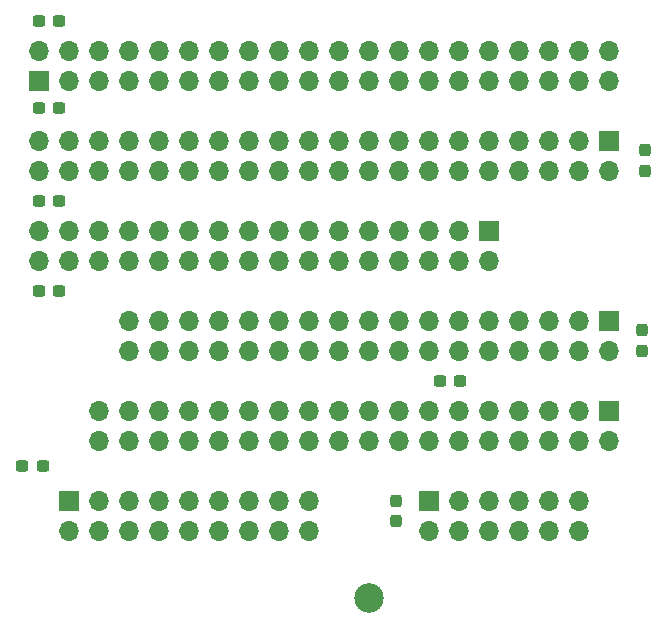
<source format=gts>
G04 #@! TF.GenerationSoftware,KiCad,Pcbnew,6.0.9-8da3e8f707~116~ubuntu20.04.1*
G04 #@! TF.CreationDate,2022-12-14T15:49:57+01:00*
G04 #@! TF.ProjectId,z_adaptor,7a5f6164-6170-4746-9f72-2e6b69636164,rev?*
G04 #@! TF.SameCoordinates,Original*
G04 #@! TF.FileFunction,Soldermask,Top*
G04 #@! TF.FilePolarity,Negative*
%FSLAX46Y46*%
G04 Gerber Fmt 4.6, Leading zero omitted, Abs format (unit mm)*
G04 Created by KiCad (PCBNEW 6.0.9-8da3e8f707~116~ubuntu20.04.1) date 2022-12-14 15:49:57*
%MOMM*%
%LPD*%
G01*
G04 APERTURE LIST*
G04 Aperture macros list*
%AMRoundRect*
0 Rectangle with rounded corners*
0 $1 Rounding radius*
0 $2 $3 $4 $5 $6 $7 $8 $9 X,Y pos of 4 corners*
0 Add a 4 corners polygon primitive as box body*
4,1,4,$2,$3,$4,$5,$6,$7,$8,$9,$2,$3,0*
0 Add four circle primitives for the rounded corners*
1,1,$1+$1,$2,$3*
1,1,$1+$1,$4,$5*
1,1,$1+$1,$6,$7*
1,1,$1+$1,$8,$9*
0 Add four rect primitives between the rounded corners*
20,1,$1+$1,$2,$3,$4,$5,0*
20,1,$1+$1,$4,$5,$6,$7,0*
20,1,$1+$1,$6,$7,$8,$9,0*
20,1,$1+$1,$8,$9,$2,$3,0*%
G04 Aperture macros list end*
%ADD10RoundRect,0.237500X0.237500X-0.300000X0.237500X0.300000X-0.237500X0.300000X-0.237500X-0.300000X0*%
%ADD11R,1.700000X1.700000*%
%ADD12O,1.700000X1.700000*%
%ADD13RoundRect,0.237500X-0.300000X-0.237500X0.300000X-0.237500X0.300000X0.237500X-0.300000X0.237500X0*%
%ADD14C,2.500000*%
%ADD15RoundRect,0.237500X0.300000X0.237500X-0.300000X0.237500X-0.300000X-0.237500X0.300000X-0.237500X0*%
%ADD16RoundRect,0.237500X-0.237500X0.300000X-0.237500X-0.300000X0.237500X-0.300000X0.237500X0.300000X0*%
G04 APERTURE END LIST*
D10*
X165354000Y-68580000D03*
X165354000Y-66855000D03*
D11*
X162560000Y-73660000D03*
D12*
X162560000Y-76200000D03*
X160020000Y-73660000D03*
X160020000Y-76200000D03*
X157480000Y-73660000D03*
X157480000Y-76200000D03*
X154940000Y-73660000D03*
X154940000Y-76200000D03*
X152400000Y-73660000D03*
X152400000Y-76200000D03*
X149860000Y-73660000D03*
X149860000Y-76200000D03*
X147320000Y-73660000D03*
X147320000Y-76200000D03*
X144780000Y-73660000D03*
X144780000Y-76200000D03*
X142240000Y-73660000D03*
X142240000Y-76200000D03*
X139700000Y-73660000D03*
X139700000Y-76200000D03*
X137160000Y-73660000D03*
X137160000Y-76200000D03*
X134620000Y-73660000D03*
X134620000Y-76200000D03*
X132080000Y-73660000D03*
X132080000Y-76200000D03*
X129540000Y-73660000D03*
X129540000Y-76200000D03*
X127000000Y-73660000D03*
X127000000Y-76200000D03*
X124460000Y-73660000D03*
X124460000Y-76200000D03*
X121920000Y-73660000D03*
X121920000Y-76200000D03*
X119380000Y-73660000D03*
X119380000Y-76200000D03*
D13*
X114300000Y-48006000D03*
X116025000Y-48006000D03*
D14*
X142240000Y-89535000D03*
D11*
X162560000Y-50800000D03*
D12*
X162560000Y-53340000D03*
X160020000Y-50800000D03*
X160020000Y-53340000D03*
X157480000Y-50800000D03*
X157480000Y-53340000D03*
X154940000Y-50800000D03*
X154940000Y-53340000D03*
X152400000Y-50800000D03*
X152400000Y-53340000D03*
X149860000Y-50800000D03*
X149860000Y-53340000D03*
X147320000Y-50800000D03*
X147320000Y-53340000D03*
X144780000Y-50800000D03*
X144780000Y-53340000D03*
X142240000Y-50800000D03*
X142240000Y-53340000D03*
X139700000Y-50800000D03*
X139700000Y-53340000D03*
X137160000Y-50800000D03*
X137160000Y-53340000D03*
X134620000Y-50800000D03*
X134620000Y-53340000D03*
X132080000Y-50800000D03*
X132080000Y-53340000D03*
X129540000Y-50800000D03*
X129540000Y-53340000D03*
X127000000Y-50800000D03*
X127000000Y-53340000D03*
X124460000Y-50800000D03*
X124460000Y-53340000D03*
X121920000Y-50800000D03*
X121920000Y-53340000D03*
X119380000Y-50800000D03*
X119380000Y-53340000D03*
X116840000Y-50800000D03*
X116840000Y-53340000D03*
X114300000Y-50800000D03*
X114300000Y-53340000D03*
D15*
X149960500Y-71120000D03*
X148235500Y-71120000D03*
D16*
X144526000Y-81280000D03*
X144526000Y-83005000D03*
D10*
X165608000Y-53340000D03*
X165608000Y-51615000D03*
D13*
X114300000Y-63500000D03*
X116025000Y-63500000D03*
D11*
X147320000Y-81280000D03*
D12*
X147320000Y-83820000D03*
X149860000Y-81280000D03*
X149860000Y-83820000D03*
X152400000Y-81280000D03*
X152400000Y-83820000D03*
X154940000Y-81280000D03*
X154940000Y-83820000D03*
X157480000Y-81280000D03*
X157480000Y-83820000D03*
X160020000Y-81280000D03*
X160020000Y-83820000D03*
D11*
X116840000Y-81280000D03*
D12*
X116840000Y-83820000D03*
X119380000Y-81280000D03*
X119380000Y-83820000D03*
X121920000Y-81280000D03*
X121920000Y-83820000D03*
X124460000Y-81280000D03*
X124460000Y-83820000D03*
X127000000Y-81280000D03*
X127000000Y-83820000D03*
X129540000Y-81280000D03*
X129540000Y-83820000D03*
X132080000Y-81280000D03*
X132080000Y-83820000D03*
X134620000Y-81280000D03*
X134620000Y-83820000D03*
X137160000Y-81280000D03*
X137160000Y-83820000D03*
D11*
X162560000Y-66040000D03*
D12*
X162560000Y-68580000D03*
X160020000Y-66040000D03*
X160020000Y-68580000D03*
X157480000Y-66040000D03*
X157480000Y-68580000D03*
X154940000Y-66040000D03*
X154940000Y-68580000D03*
X152400000Y-66040000D03*
X152400000Y-68580000D03*
X149860000Y-66040000D03*
X149860000Y-68580000D03*
X147320000Y-66040000D03*
X147320000Y-68580000D03*
X144780000Y-66040000D03*
X144780000Y-68580000D03*
X142240000Y-66040000D03*
X142240000Y-68580000D03*
X139700000Y-66040000D03*
X139700000Y-68580000D03*
X137160000Y-66040000D03*
X137160000Y-68580000D03*
X134620000Y-66040000D03*
X134620000Y-68580000D03*
X132080000Y-66040000D03*
X132080000Y-68580000D03*
X129540000Y-66040000D03*
X129540000Y-68580000D03*
X127000000Y-66040000D03*
X127000000Y-68580000D03*
X124460000Y-66040000D03*
X124460000Y-68580000D03*
X121920000Y-66040000D03*
X121920000Y-68580000D03*
D13*
X114300000Y-40640000D03*
X116025000Y-40640000D03*
X112877600Y-78333600D03*
X114602600Y-78333600D03*
D11*
X152400000Y-58420000D03*
D12*
X152400000Y-60960000D03*
X149860000Y-58420000D03*
X149860000Y-60960000D03*
X147320000Y-58420000D03*
X147320000Y-60960000D03*
X144780000Y-58420000D03*
X144780000Y-60960000D03*
X142240000Y-58420000D03*
X142240000Y-60960000D03*
X139700000Y-58420000D03*
X139700000Y-60960000D03*
X137160000Y-58420000D03*
X137160000Y-60960000D03*
X134620000Y-58420000D03*
X134620000Y-60960000D03*
X132080000Y-58420000D03*
X132080000Y-60960000D03*
X129540000Y-58420000D03*
X129540000Y-60960000D03*
X127000000Y-58420000D03*
X127000000Y-60960000D03*
X124460000Y-58420000D03*
X124460000Y-60960000D03*
X121920000Y-58420000D03*
X121920000Y-60960000D03*
X119380000Y-58420000D03*
X119380000Y-60960000D03*
X116840000Y-58420000D03*
X116840000Y-60960000D03*
X114300000Y-58420000D03*
X114300000Y-60960000D03*
D13*
X114300000Y-55880000D03*
X116025000Y-55880000D03*
D11*
X114300000Y-45720000D03*
D12*
X114300000Y-43180000D03*
X116840000Y-45720000D03*
X116840000Y-43180000D03*
X119380000Y-45720000D03*
X119380000Y-43180000D03*
X121920000Y-45720000D03*
X121920000Y-43180000D03*
X124460000Y-45720000D03*
X124460000Y-43180000D03*
X127000000Y-45720000D03*
X127000000Y-43180000D03*
X129540000Y-45720000D03*
X129540000Y-43180000D03*
X132080000Y-45720000D03*
X132080000Y-43180000D03*
X134620000Y-45720000D03*
X134620000Y-43180000D03*
X137160000Y-45720000D03*
X137160000Y-43180000D03*
X139700000Y-45720000D03*
X139700000Y-43180000D03*
X142240000Y-45720000D03*
X142240000Y-43180000D03*
X144780000Y-45720000D03*
X144780000Y-43180000D03*
X147320000Y-45720000D03*
X147320000Y-43180000D03*
X149860000Y-45720000D03*
X149860000Y-43180000D03*
X152400000Y-45720000D03*
X152400000Y-43180000D03*
X154940000Y-45720000D03*
X154940000Y-43180000D03*
X157480000Y-45720000D03*
X157480000Y-43180000D03*
X160020000Y-45720000D03*
X160020000Y-43180000D03*
X162560000Y-45720000D03*
X162560000Y-43180000D03*
M02*

</source>
